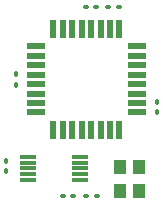
<source format=gbr>
%TF.GenerationSoftware,KiCad,Pcbnew,(6.0.10)*%
%TF.CreationDate,2023-05-18T22:08:56+10:00*%
%TF.ProjectId,DFO,44464f2e-6b69-4636-9164-5f7063625858,rev?*%
%TF.SameCoordinates,Original*%
%TF.FileFunction,Paste,Top*%
%TF.FilePolarity,Positive*%
%FSLAX46Y46*%
G04 Gerber Fmt 4.6, Leading zero omitted, Abs format (unit mm)*
G04 Created by KiCad (PCBNEW (6.0.10)) date 2023-05-18 22:08:56*
%MOMM*%
%LPD*%
G01*
G04 APERTURE LIST*
G04 Aperture macros list*
%AMRoundRect*
0 Rectangle with rounded corners*
0 $1 Rounding radius*
0 $2 $3 $4 $5 $6 $7 $8 $9 X,Y pos of 4 corners*
0 Add a 4 corners polygon primitive as box body*
4,1,4,$2,$3,$4,$5,$6,$7,$8,$9,$2,$3,0*
0 Add four circle primitives for the rounded corners*
1,1,$1+$1,$2,$3*
1,1,$1+$1,$4,$5*
1,1,$1+$1,$6,$7*
1,1,$1+$1,$8,$9*
0 Add four rect primitives between the rounded corners*
20,1,$1+$1,$2,$3,$4,$5,0*
20,1,$1+$1,$4,$5,$6,$7,0*
20,1,$1+$1,$6,$7,$8,$9,0*
20,1,$1+$1,$8,$9,$2,$3,0*%
G04 Aperture macros list end*
%ADD10R,1.100000X1.300000*%
%ADD11RoundRect,0.090000X-0.090000X0.139000X-0.090000X-0.139000X0.090000X-0.139000X0.090000X0.139000X0*%
%ADD12RoundRect,0.090000X-0.139000X-0.090000X0.139000X-0.090000X0.139000X0.090000X-0.139000X0.090000X0*%
%ADD13RoundRect,0.090000X0.139000X0.090000X-0.139000X0.090000X-0.139000X-0.090000X0.139000X-0.090000X0*%
%ADD14R,1.400000X0.300000*%
%ADD15R,1.600000X0.550000*%
%ADD16R,0.550000X1.600000*%
%ADD17RoundRect,0.090000X0.090000X-0.139000X0.090000X0.139000X-0.090000X0.139000X-0.090000X-0.139000X0*%
G04 APERTURE END LIST*
D10*
%TO.C,X1*%
X108809998Y-76610000D03*
X108809998Y-74510000D03*
X107159998Y-74510000D03*
X107159998Y-76610000D03*
%TD*%
D11*
%TO.C,C2*%
X110330000Y-69057500D03*
X110330000Y-69922500D03*
%TD*%
D12*
%TO.C,C1*%
X102327500Y-77000000D03*
X103192500Y-77000000D03*
%TD*%
%TO.C,R1*%
X105172500Y-61010000D03*
X104307500Y-61010000D03*
%TD*%
D13*
%TO.C,R2*%
X107062500Y-61010000D03*
X106197500Y-61010000D03*
%TD*%
D11*
%TO.C,C6*%
X98410000Y-67562500D03*
X98410000Y-66697500D03*
%TD*%
D14*
%TO.C,U1*%
X99430000Y-75660000D03*
X99430000Y-75160000D03*
X99430000Y-74660000D03*
X99430000Y-74160000D03*
X99430000Y-73660000D03*
X103830000Y-73660000D03*
X103830000Y-74160000D03*
X103830000Y-74660000D03*
X103830000Y-75160000D03*
X103830000Y-75660000D03*
%TD*%
D15*
%TO.C,U2*%
X100080000Y-64320000D03*
X100080000Y-65120000D03*
X100080000Y-65920000D03*
X100080000Y-66720000D03*
X100080000Y-67520000D03*
X100080000Y-68320000D03*
X100080000Y-69120000D03*
X100080000Y-69920000D03*
D16*
X101530000Y-71370000D03*
X102330000Y-71370000D03*
X103130000Y-71370000D03*
X103930000Y-71370000D03*
X104730000Y-71370000D03*
X105530000Y-71370000D03*
X106330000Y-71370000D03*
X107130000Y-71370000D03*
D15*
X108580000Y-69920000D03*
X108580000Y-69120000D03*
X108580000Y-68320000D03*
X108580000Y-67520000D03*
X108580000Y-66720000D03*
X108580000Y-65920000D03*
X108580000Y-65120000D03*
X108580000Y-64320000D03*
D16*
X107130000Y-62870000D03*
X106330000Y-62870000D03*
X105530000Y-62870000D03*
X104730000Y-62870000D03*
X103930000Y-62870000D03*
X103130000Y-62870000D03*
X102330000Y-62870000D03*
X101530000Y-62870000D03*
%TD*%
D17*
%TO.C,R3*%
X97530000Y-74872500D03*
X97530000Y-74007500D03*
%TD*%
D13*
%TO.C,C3*%
X105200000Y-77010000D03*
X104335000Y-77010000D03*
%TD*%
M02*

</source>
